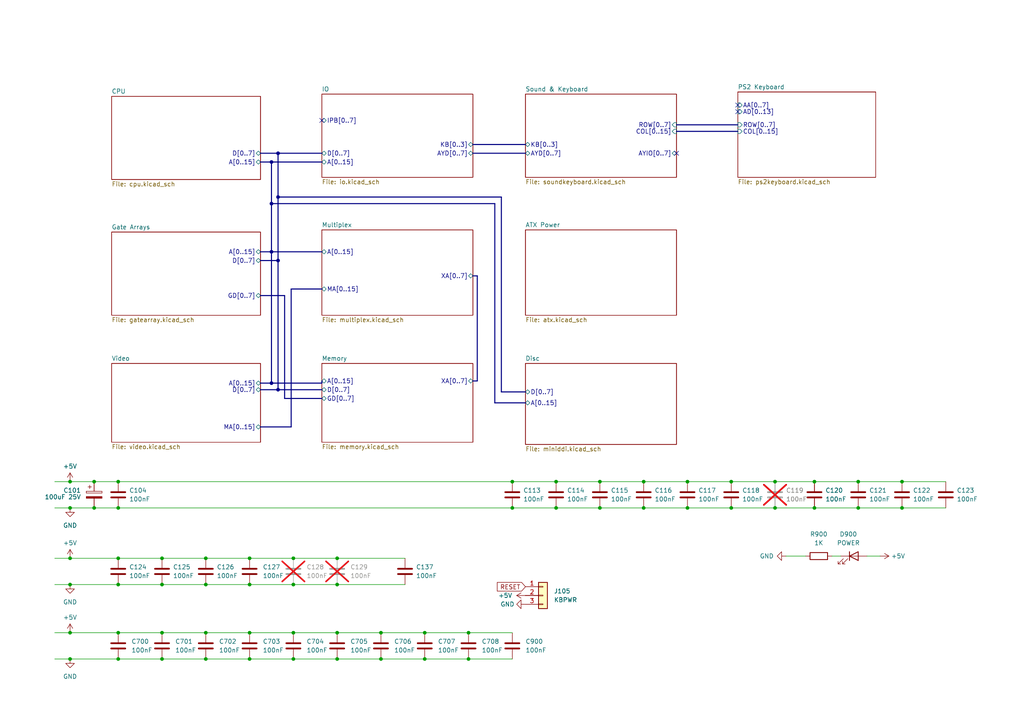
<source format=kicad_sch>
(kicad_sch (version 20230121) (generator eeschema)
  (paper "A4")
  (lib_symbols
    (symbol "Connector_Generic:Conn_01x03" (pin_names (offset 1.016) hide)
      (property "Reference" "J" (at 0 5.08 0))
      (property "Value" "Conn_01x03" (at 0 -5.08 0))
      (symbol "Conn_01x03_1_1"
        (rectangle (start -1.27 -2.413) (end 0 -2.667) (stroke (width 0.1524)))
        (rectangle (start -1.27 0.127) (end 0 -0.127) (stroke (width 0.1524)))
        (rectangle (start -1.27 2.667) (end 0 2.413) (stroke (width 0.1524)))
        (rectangle (start -1.27 3.81) (end 1.27 -3.81) (stroke (width 0.254)) (fill (type background)))
        (pin passive line (at -5.08 2.54 0) (length 3.81) (name "Pin_1") (number "1"))
        (pin passive line (at -5.08 0 0) (length 3.81) (name "Pin_2") (number "2"))
        (pin passive line (at -5.08 -2.54 0) (length 3.81) (name "Pin_3") (number "3"))
      )
    )
    (symbol "Device:C" (pin_numbers hide) (pin_names (offset 0.254))
      (property "Reference" "C" (at 0.635 2.54 0))
      (property "Value" "C" (at 0.635 -2.54 0))
      (symbol "C_0_1"
        (polyline (pts (xy -2.032 -0.762) (xy 2.032 -0.762)) (stroke (width 0.508)))
        (polyline (pts (xy -2.032 0.762) (xy 2.032 0.762)) (stroke (width 0.508)))
      )
      (symbol "C_1_1"
        (pin passive line (at 0 3.81 270) (length 2.794) (name "~") (number "1"))
        (pin passive line (at 0 -3.81 90) (length 2.794) (name "~") (number "2"))
      )
    )
    (symbol "Device:C_Polarized" (pin_numbers hide) (pin_names (offset 0.254))
      (property "Reference" "C" (at 0.635 2.54 0))
      (property "Value" "C_Polarized" (at 0.635 -2.54 0))
      (symbol "C_Polarized_0_1"
        (rectangle (start -2.286 0.508) (end 2.286 1.016))
        (polyline (pts (xy -1.778 2.286) (xy -0.762 2.286)))
        (polyline (pts (xy -1.27 2.794) (xy -1.27 1.778)))
        (rectangle (start 2.286 -0.508) (end -2.286 -1.016) (fill (type outline)))
      )
      (symbol "C_Polarized_1_1"
        (pin passive line (at 0 3.81 270) (length 2.794) (name "~") (number "1"))
        (pin passive line (at 0 -3.81 90) (length 2.794) (name "~") (number "2"))
      )
    )
    (symbol "Device:LED" (pin_numbers hide) (pin_names (offset 1.016) hide)
      (property "Reference" "D" (at 0 2.54 0))
      (property "Value" "LED" (at 0 -2.54 0))
      (symbol "LED_0_1"
        (polyline (pts (xy -1.27 -1.27) (xy -1.27 1.27)) (stroke (width 0.254)))
        (polyline (pts (xy -1.27 0) (xy 1.27 0)))
        (polyline (pts (xy 1.27 -1.27) (xy 1.27 1.27) (xy -1.27 0) (xy 1.27 -1.27)) (stroke (width 0.254)))
        (polyline (pts (xy -3.048 -0.762) (xy -4.572 -2.286) (xy -3.81 -2.286) (xy -4.572 -2.286) (xy -4.572 -1.524)))
        (polyline (pts (xy -1.778 -0.762) (xy -3.302 -2.286) (xy -2.54 -2.286) (xy -3.302 -2.286) (xy -3.302 -1.524)))
      )
      (symbol "LED_1_1"
        (pin passive line (at -3.81 0 0) (length 2.54) (name "K") (number "1"))
        (pin passive line (at 3.81 0 180) (length 2.54) (name "A") (number "2"))
      )
    )
    (symbol "Device:R" (pin_numbers hide) (pin_names (offset 0))
      (property "Reference" "R" (at 2.032 0 90))
      (property "Value" "R" (at 0 0 90))
      (symbol "R_0_1"
        (rectangle (start -1.016 -2.54) (end 1.016 2.54) (stroke (width 0.254)))
      )
      (symbol "R_1_1"
        (pin passive line (at 0 3.81 270) (length 1.27) (name "~") (number "1"))
        (pin passive line (at 0 -3.81 90) (length 1.27) (name "~") (number "2"))
      )
    )
    (symbol "power:+5V" (power) (pin_names (offset 0))
      (property "Value" "+5V" (at 0 3.556 0))
      (symbol "+5V_0_1"
        (polyline (pts (xy -0.762 1.27) (xy 0 2.54)))
        (polyline (pts (xy 0 0) (xy 0 2.54)))
        (polyline (pts (xy 0 2.54) (xy 0.762 1.27)))
      )
      (symbol "+5V_1_1"
        (pin power_in line (at 0 0 90) (length 0) hide (name "+5V") (number "1"))
      )
    )
    (symbol "power:GND" (power) (pin_names (offset 0))
      (property "Value" "GND" (at 0 -3.81 0))
      (symbol "GND_0_1"
        (polyline (pts (xy 0 0) (xy 0 -1.27) (xy 1.27 -1.27) (xy 0 -2.54) (xy -1.27 -1.27) (xy 0 -1.27)))
      )
      (symbol "GND_1_1"
        (pin power_in line (at 0 0 270) (length 0) hide (name "GND") (number "1"))
      )
    )
  )
  (junction (at 123.19 191.135))
  (junction (at 236.22 139.7))
  (junction (at 212.09 147.32))
  (junction (at 34.29 139.7))
  (junction (at 236.22 147.32))
  (junction (at 186.69 147.32))
  (junction (at 46.99 183.515))
  (junction (at 224.79 147.32))
  (junction (at 20.32 147.32))
  (junction (at 27.305 147.32))
  (junction (at 199.39 147.32))
  (junction (at 46.99 169.545))
  (junction (at 80.645 57.15))
  (junction (at 72.39 183.515))
  (junction (at 20.32 191.135))
  (junction (at 85.09 183.515))
  (junction (at 20.32 169.545))
  (junction (at 97.79 169.545))
  (junction (at 46.99 191.135))
  (junction (at 173.99 147.32))
  (junction (at 224.79 139.7))
  (junction (at 34.29 169.545))
  (junction (at 85.09 191.135))
  (junction (at 261.62 147.32))
  (junction (at 80.645 113.03))
  (junction (at 46.99 161.925))
  (junction (at 110.49 191.135))
  (junction (at 59.69 191.135))
  (junction (at 135.89 183.515))
  (junction (at 85.09 169.545))
  (junction (at 248.92 139.7))
  (junction (at 59.69 183.515))
  (junction (at 123.19 183.515))
  (junction (at 110.49 183.515))
  (junction (at 161.29 139.7))
  (junction (at 34.29 147.32))
  (junction (at 80.645 75.565))
  (junction (at 97.79 191.135))
  (junction (at 148.59 139.7))
  (junction (at 161.29 147.32))
  (junction (at 212.09 139.7))
  (junction (at 72.39 161.925))
  (junction (at 27.305 139.7))
  (junction (at 34.29 161.925))
  (junction (at 72.39 191.135))
  (junction (at 97.79 161.925))
  (junction (at 72.39 169.545))
  (junction (at 20.32 161.925))
  (junction (at 261.62 139.7))
  (junction (at 34.29 191.135))
  (junction (at 173.99 139.7))
  (junction (at 20.32 139.7))
  (junction (at 199.39 139.7))
  (junction (at 186.69 139.7))
  (junction (at 59.69 169.545))
  (junction (at 78.74 111.125))
  (junction (at 78.74 46.99))
  (junction (at 85.09 161.925))
  (junction (at 135.89 191.135))
  (junction (at 78.74 59.055))
  (junction (at 148.59 147.32))
  (junction (at 80.645 44.45))
  (junction (at 34.29 183.515))
  (junction (at 59.69 161.925))
  (junction (at 97.79 183.515))
  (junction (at 20.32 183.515))
  (junction (at 78.74 73.025))
  (junction (at 248.92 147.32))
  (no_connect (at 213.995 30.48))
  (no_connect (at 213.995 32.385))
  (no_connect (at 93.345 34.925))
  (no_connect (at 196.215 44.45))
  (bus (pts (xy 80.645 113.03) (xy 93.345 113.03)))
  (bus (pts (xy 137.16 41.91) (xy 152.4 41.91)))
  (bus (pts (xy 75.565 73.025) (xy 78.74 73.025)))
  (wire (pts (xy 135.89 191.135) (xy 148.59 191.135)))
  (wire (pts (xy 59.69 169.545) (xy 72.39 169.545)))
  (wire (pts (xy 46.99 191.135) (xy 59.69 191.135)))
  (bus (pts (xy 137.16 80.01) (xy 138.43 80.01)))
  (bus (pts (xy 78.74 73.025) (xy 93.345 73.025)))
  (bus (pts (xy 152.4 113.665) (xy 145.415 113.665)))
  (bus (pts (xy 75.565 75.565) (xy 80.645 75.565)))
  (wire (pts (xy 97.79 169.545) (xy 117.475 169.545)))
  (bus (pts (xy 145.415 113.665) (xy 145.415 57.15)))
  (bus (pts (xy 78.74 111.125) (xy 93.345 111.125)))
  (bus (pts (xy 75.565 123.825) (xy 84.455 123.825)))
  (wire (pts (xy 186.69 147.32) (xy 199.39 147.32)))
  (bus (pts (xy 138.43 110.49) (xy 137.16 110.49)))
  (bus (pts (xy 84.455 83.82) (xy 84.455 123.825)))
  (wire (pts (xy 46.99 183.515) (xy 59.69 183.515)))
  (wire (pts (xy 15.875 169.545) (xy 20.32 169.545)))
  (wire (pts (xy 34.29 183.515) (xy 46.99 183.515)))
  (bus (pts (xy 93.345 115.57) (xy 82.55 115.57)))
  (wire (pts (xy 15.875 161.925) (xy 20.32 161.925)))
  (wire (pts (xy 243.84 161.29) (xy 241.3 161.29)))
  (bus (pts (xy 78.74 59.055) (xy 78.74 73.025)))
  (wire (pts (xy 34.29 139.7) (xy 148.59 139.7)))
  (wire (pts (xy 20.32 139.7) (xy 27.305 139.7)))
  (wire (pts (xy 236.22 147.32) (xy 248.92 147.32)))
  (wire (pts (xy 46.99 169.545) (xy 59.69 169.545)))
  (wire (pts (xy 135.89 183.515) (xy 148.59 183.515)))
  (wire (pts (xy 34.29 169.545) (xy 46.99 169.545)))
  (wire (pts (xy 15.875 147.32) (xy 20.32 147.32)))
  (wire (pts (xy 110.49 183.515) (xy 123.19 183.515)))
  (wire (pts (xy 123.19 183.515) (xy 135.89 183.515)))
  (bus (pts (xy 78.74 46.99) (xy 78.74 59.055)))
  (wire (pts (xy 20.32 147.32) (xy 27.305 147.32)))
  (wire (pts (xy 161.29 139.7) (xy 173.99 139.7)))
  (bus (pts (xy 138.43 80.01) (xy 138.43 110.49)))
  (wire (pts (xy 261.62 139.7) (xy 274.32 139.7)))
  (wire (pts (xy 236.22 139.7) (xy 248.92 139.7)))
  (bus (pts (xy 80.645 75.565) (xy 80.645 113.03)))
  (wire (pts (xy 20.32 183.515) (xy 34.29 183.515)))
  (wire (pts (xy 27.305 147.32) (xy 34.29 147.32)))
  (bus (pts (xy 75.565 113.03) (xy 80.645 113.03)))
  (wire (pts (xy 261.62 147.32) (xy 274.32 147.32)))
  (wire (pts (xy 199.39 139.7) (xy 212.09 139.7)))
  (wire (pts (xy 97.79 161.925) (xy 117.475 161.925)))
  (wire (pts (xy 59.69 191.135) (xy 72.39 191.135)))
  (bus (pts (xy 82.55 115.57) (xy 82.55 85.725)))
  (wire (pts (xy 186.69 139.7) (xy 199.39 139.7)))
  (wire (pts (xy 173.99 147.32) (xy 186.69 147.32)))
  (bus (pts (xy 78.74 111.125) (xy 75.565 111.125)))
  (wire (pts (xy 173.99 139.7) (xy 186.69 139.7)))
  (wire (pts (xy 248.92 139.7) (xy 261.62 139.7)))
  (bus (pts (xy 80.645 75.565) (xy 80.645 57.15)))
  (wire (pts (xy 72.39 191.135) (xy 85.09 191.135)))
  (wire (pts (xy 27.305 139.7) (xy 34.29 139.7)))
  (wire (pts (xy 212.09 139.7) (xy 224.79 139.7)))
  (wire (pts (xy 85.09 161.925) (xy 97.79 161.925)))
  (bus (pts (xy 93.345 111.125) (xy 93.345 110.49)))
  (wire (pts (xy 85.09 191.135) (xy 97.79 191.135)))
  (wire (pts (xy 59.69 183.515) (xy 72.39 183.515)))
  (bus (pts (xy 93.345 83.82) (xy 84.455 83.82)))
  (wire (pts (xy 46.99 161.925) (xy 59.69 161.925)))
  (wire (pts (xy 110.49 191.135) (xy 123.19 191.135)))
  (bus (pts (xy 145.415 57.15) (xy 80.645 57.15)))
  (wire (pts (xy 20.32 169.545) (xy 34.29 169.545)))
  (wire (pts (xy 72.39 183.515) (xy 85.09 183.515)))
  (wire (pts (xy 148.59 147.32) (xy 161.29 147.32)))
  (bus (pts (xy 80.645 44.45) (xy 93.345 44.45)))
  (wire (pts (xy 72.39 169.545) (xy 85.09 169.545)))
  (bus (pts (xy 78.74 73.025) (xy 78.74 111.125)))
  (wire (pts (xy 248.92 147.32) (xy 261.62 147.32)))
  (wire (pts (xy 199.39 147.32) (xy 212.09 147.32)))
  (wire (pts (xy 212.09 147.32) (xy 224.79 147.32)))
  (bus (pts (xy 137.16 44.45) (xy 152.4 44.45)))
  (wire (pts (xy 15.875 191.135) (xy 20.32 191.135)))
  (wire (pts (xy 34.29 147.32) (xy 148.59 147.32)))
  (wire (pts (xy 161.29 147.32) (xy 173.99 147.32)))
  (wire (pts (xy 85.09 169.545) (xy 97.79 169.545)))
  (wire (pts (xy 97.79 191.135) (xy 110.49 191.135)))
  (wire (pts (xy 224.79 147.32) (xy 236.22 147.32)))
  (wire (pts (xy 20.32 161.925) (xy 34.29 161.925)))
  (bus (pts (xy 196.215 36.195) (xy 213.995 36.195)))
  (wire (pts (xy 148.59 139.7) (xy 161.29 139.7)))
  (wire (pts (xy 15.875 183.515) (xy 20.32 183.515)))
  (wire (pts (xy 255.27 161.29) (xy 251.46 161.29)))
  (wire (pts (xy 123.19 191.135) (xy 135.89 191.135)))
  (bus (pts (xy 152.4 116.84) (xy 143.51 116.84)))
  (bus (pts (xy 75.565 85.725) (xy 82.55 85.725)))
  (bus (pts (xy 196.215 38.1) (xy 213.995 38.1)))
  (wire (pts (xy 15.875 139.7) (xy 20.32 139.7)))
  (bus (pts (xy 75.565 44.45) (xy 80.645 44.45)))
  (wire (pts (xy 34.29 161.925) (xy 46.99 161.925)))
  (wire (pts (xy 97.79 183.515) (xy 110.49 183.515)))
  (bus (pts (xy 80.645 57.15) (xy 80.645 44.45)))
  (wire (pts (xy 85.09 183.515) (xy 97.79 183.515)))
  (wire (pts (xy 227.965 161.29) (xy 233.68 161.29)))
  (bus (pts (xy 75.565 46.99) (xy 78.74 46.99)))
  (wire (pts (xy 59.69 161.925) (xy 72.39 161.925)))
  (bus (pts (xy 78.74 59.055) (xy 143.51 59.055)))
  (bus (pts (xy 78.74 46.99) (xy 93.345 46.99)))
  (bus (pts (xy 143.51 116.84) (xy 143.51 59.055)))
  (wire (pts (xy 72.39 161.925) (xy 85.09 161.925)))
  (wire (pts (xy 20.32 191.135) (xy 34.29 191.135)))
  (wire (pts (xy 224.79 139.7) (xy 236.22 139.7)))
  (wire (pts (xy 34.29 191.135) (xy 46.99 191.135)))
  (global_label "RESET" (shape input) (at 152.4 170.18 180) (property "Intersheetrefs" "${INTERSHEET_REFS}" (effects hide)))
  (symbol (lib_id "Device:C") (at 135.89 187.325 0) (unit 1)
    (property "Reference" "C708" (at 139.7 186.0549 0) (effects (justify left)))
    (property "Value" "100nF" (at 139.7 188.5949 0) (effects (justify left)))
    (property "Footprint" "Capacitor_SMD:C_0805_2012Metric" (effects hide))
    (property "LCSC" "C49678" (effects hide))
  )
  (symbol (lib_id "Device:C") (at 173.99 143.51 0) (unit 1)
    (property "Reference" "C115" (at 177.165 142.2399 0) (effects (justify left)))
    (property "Value" "100nF" (at 177.165 144.7799 0) (effects (justify left)))
    (property "Footprint" "Capacitor_SMD:C_0805_2012Metric" (effects hide))
    (property "LCSC" "C49678" (effects hide))
  )
  (symbol (lib_id "power:+5V") (at 20.32 139.7 0) (unit 1)
    (property "Reference" "#PWR0119" (effects hide))
    (property "Value" "+5V" (at 20.32 135.255 0))
  )
  (symbol (lib_id "Device:C") (at 46.99 165.735 0) (unit 1)
    (property "Reference" "C125" (at 50.165 164.4649 0) (effects (justify left)))
    (property "Value" "100nF" (at 50.165 167.0049 0) (effects (justify left)))
    (property "Footprint" "Capacitor_SMD:C_0805_2012Metric" (effects hide))
    (property "LCSC" "C49678" (effects hide))
  )
  (symbol (lib_id "power:GND") (at 152.4 175.26 270) (mirror x) (unit 1)
    (property "Reference" "#PWR0124" (effects hide))
    (property "Value" "GND" (at 149.225 175.2599 90) (effects (justify right)))
  )
  (symbol (lib_id "Device:C") (at 236.22 143.51 0) (unit 1)
    (property "Reference" "C120" (at 239.395 142.2399 0) (effects (justify left)))
    (property "Value" "100nF" (at 239.395 144.7799 0) (effects (justify left)))
    (property "Footprint" "Capacitor_SMD:C_0805_2012Metric" (effects hide))
    (property "LCSC" "C49678" (effects hide))
  )
  (symbol (lib_id "power:GND") (at 20.32 191.135 0) (unit 1)
    (property "Reference" "#PWR0207" (effects hide))
    (property "Value" "GND" (at 20.32 196.215 0))
  )
  (symbol (lib_id "Device:C") (at 161.29 143.51 0) (unit 1)
    (property "Reference" "C114" (at 164.465 142.2399 0) (effects (justify left)))
    (property "Value" "100nF" (at 164.465 144.7799 0) (effects (justify left)))
    (property "Footprint" "Capacitor_SMD:C_0805_2012Metric" (effects hide))
    (property "LCSC" "C49678" (effects hide))
  )
  (symbol (lib_id "Device:C") (at 72.39 165.735 0) (unit 1)
    (property "Reference" "C127" (at 76.2 164.4649 0) (effects (justify left)))
    (property "Value" "100nF" (at 76.2 167.0049 0) (effects (justify left)))
    (property "Footprint" "Capacitor_SMD:C_0805_2012Metric" (effects hide))
    (property "LCSC" "C49678" (effects hide))
  )
  (symbol (lib_id "power:+5V") (at 20.32 161.925 0) (unit 1)
    (property "Reference" "#PWR0117" (effects hide))
    (property "Value" "+5V" (at 20.32 157.48 0))
  )
  (symbol (lib_id "Device:C") (at 212.09 143.51 0) (unit 1)
    (property "Reference" "C118" (at 215.265 142.2399 0) (effects (justify left)))
    (property "Value" "100nF" (at 215.265 144.7799 0) (effects (justify left)))
    (property "Footprint" "Capacitor_SMD:C_0805_2012Metric" (effects hide))
    (property "LCSC" "C49678" (effects hide))
  )
  (symbol (lib_id "Device:C") (at 148.59 187.325 0) (unit 1) (in_bom no) (on_board no)
    (property "Reference" "C900" (at 152.4 186.0549 0) (effects (justify left)))
    (property "Value" "100nF" (at 152.4 188.5949 0) (effects (justify left)))
    (property "Footprint" "Capacitor_SMD:C_0805_2012Metric" (effects hide))
    (property "LCSC" "C49678" (effects hide))
  )
  (symbol (lib_id "Device:C") (at 224.79 143.51 0) (unit 1) (in_bom no) (on_board no) (dnp yes)
    (property "Reference" "C119" (at 227.965 142.2399 0) (effects (justify left)))
    (property "Value" "100nF" (at 227.965 144.7799 0) (effects (justify left)))
    (property "Footprint" "Capacitor_SMD:C_0805_2012Metric" (effects hide))
    (property "LCSC" "C49678" (effects hide))
  )
  (symbol (lib_id "Connector_Generic:Conn_01x03") (at 157.48 172.72 0) (unit 1)
    (property "Reference" "J105" (at 160.655 171.4499 0) (effects (justify left)))
    (property "Value" "KBPWR" (at 160.655 173.9899 0) (effects (justify left)))
    (property "Footprint" "Connector_PinHeader_2.54mm:PinHeader_1x03_P2.54mm_Vertical" (effects hide))
  )
  (symbol (lib_id "Device:C") (at 59.69 187.325 0) (unit 1)
    (property "Reference" "C702" (at 63.5 186.0549 0) (effects (justify left)))
    (property "Value" "100nF" (at 63.5 188.5949 0) (effects (justify left)))
    (property "Footprint" "Capacitor_SMD:C_0805_2012Metric" (effects hide))
    (property "LCSC" "C49678" (effects hide))
  )
  (symbol (lib_id "power:GND") (at 227.965 161.29 270) (unit 1)
    (property "Reference" "#PWR0216" (effects hide))
    (property "Value" "GND" (at 220.345 161.29 90) (effects (justify left)))
  )
  (symbol (lib_id "power:+5V") (at 255.27 161.29 270) (unit 1)
    (property "Reference" "#PWR0217" (effects hide))
    (property "Value" "+5V" (at 258.445 161.2899 90) (effects (justify left)))
  )
  (symbol (lib_id "Device:C") (at 123.19 187.325 0) (unit 1)
    (property "Reference" "C707" (at 127 186.0549 0) (effects (justify left)))
    (property "Value" "100nF" (at 127 188.5949 0) (effects (justify left)))
    (property "Footprint" "Capacitor_SMD:C_0805_2012Metric" (effects hide))
    (property "LCSC" "C49678" (effects hide))
  )
  (symbol (lib_id "Device:C") (at 46.99 187.325 0) (unit 1)
    (property "Reference" "C701" (at 50.8 186.0549 0) (effects (justify left)))
    (property "Value" "100nF" (at 50.8 188.5949 0) (effects (justify left)))
    (property "Footprint" "Capacitor_SMD:C_0805_2012Metric" (effects hide))
    (property "LCSC" "C49678" (effects hide))
  )
  (symbol (lib_id "power:GND") (at 20.32 147.32 0) (unit 1)
    (property "Reference" "#PWR0116" (effects hide))
    (property "Value" "GND" (at 20.32 152.4 0))
  )
  (symbol (lib_id "Device:C_Polarized") (at 27.305 143.51 0) (unit 1)
    (property "Reference" "C101" (at 23.495 142.24 0) (effects (justify right)))
    (property "Value" "100uF 25V" (at 23.495 144.145 0) (effects (justify right)))
    (property "Footprint" "Capacitor_THT:CP_Radial_D5.0mm_P2.50mm" (effects hide))
  )
  (symbol (lib_id "Device:C") (at 199.39 143.51 0) (unit 1)
    (property "Reference" "C117" (at 202.565 142.2399 0) (effects (justify left)))
    (property "Value" "100nF" (at 202.565 144.7799 0) (effects (justify left)))
    (property "Footprint" "Capacitor_SMD:C_0805_2012Metric" (effects hide))
    (property "LCSC" "C49678" (effects hide))
  )
  (symbol (lib_id "Device:C") (at 248.92 143.51 0) (unit 1)
    (property "Reference" "C121" (at 252.095 142.2399 0) (effects (justify left)))
    (property "Value" "100nF" (at 252.095 144.7799 0) (effects (justify left)))
    (property "Footprint" "Capacitor_SMD:C_0805_2012Metric" (effects hide))
    (property "LCSC" "C49678" (effects hide))
  )
  (symbol (lib_id "Device:C") (at 85.09 187.325 0) (unit 1)
    (property "Reference" "C704" (at 88.9 186.0549 0) (effects (justify left)))
    (property "Value" "100nF" (at 88.9 188.5949 0) (effects (justify left)))
    (property "Footprint" "Capacitor_SMD:C_0805_2012Metric" (effects hide))
    (property "LCSC" "C49678" (effects hide))
  )
  (symbol (lib_id "Device:C") (at 186.69 143.51 0) (unit 1)
    (property "Reference" "C116" (at 189.865 142.2399 0) (effects (justify left)))
    (property "Value" "100nF" (at 189.865 144.7799 0) (effects (justify left)))
    (property "Footprint" "Capacitor_SMD:C_0805_2012Metric" (effects hide))
    (property "LCSC" "C49678" (effects hide))
  )
  (symbol (lib_id "Device:C") (at 34.29 143.51 0) (unit 1)
    (property "Reference" "C104" (at 37.465 142.2399 0) (effects (justify left)))
    (property "Value" "100nF" (at 37.465 144.7799 0) (effects (justify left)))
    (property "Footprint" "Capacitor_SMD:C_0805_2012Metric" (effects hide))
    (property "LCSC" "C49678" (effects hide))
  )
  (symbol (lib_id "Device:C") (at 97.79 187.325 0) (unit 1)
    (property "Reference" "C705" (at 101.6 186.0549 0) (effects (justify left)))
    (property "Value" "100nF" (at 101.6 188.5949 0) (effects (justify left)))
    (property "Footprint" "Capacitor_SMD:C_0805_2012Metric" (effects hide))
    (property "LCSC" "C49678" (effects hide))
  )
  (symbol (lib_id "Device:C") (at 261.62 143.51 0) (unit 1)
    (property "Reference" "C122" (at 264.795 142.2399 0) (effects (justify left)))
    (property "Value" "100nF" (at 264.795 144.7799 0) (effects (justify left)))
    (property "Footprint" "Capacitor_SMD:C_0805_2012Metric" (effects hide))
    (property "LCSC" "C49678" (effects hide))
  )
  (symbol (lib_id "Device:C") (at 85.09 165.735 0) (unit 1) (in_bom no) (on_board no) (dnp yes)
    (property "Reference" "C128" (at 88.9 164.4649 0) (effects (justify left)))
    (property "Value" "100nF" (at 88.9 167.0049 0) (effects (justify left)))
    (property "Footprint" "Capacitor_SMD:C_0805_2012Metric" (effects hide))
    (property "LCSC" "C49678" (effects hide))
  )
  (symbol (lib_id "power:+5V") (at 152.4 172.72 90) (mirror x) (unit 1)
    (property "Reference" "#PWR0126" (effects hide))
    (property "Value" "+5V" (at 148.59 172.7199 90) (effects (justify left)))
  )
  (symbol (lib_id "power:GND") (at 20.32 169.545 0) (unit 1)
    (property "Reference" "#PWR0118" (effects hide))
    (property "Value" "GND" (at 20.32 174.625 0))
  )
  (symbol (lib_id "Device:C") (at 110.49 187.325 0) (unit 1)
    (property "Reference" "C706" (at 114.3 186.0549 0) (effects (justify left)))
    (property "Value" "100nF" (at 114.3 188.5949 0) (effects (justify left)))
    (property "Footprint" "Capacitor_SMD:C_0805_2012Metric" (effects hide))
    (property "LCSC" "C49678" (effects hide))
  )
  (symbol (lib_id "Device:C") (at 72.39 187.325 0) (unit 1)
    (property "Reference" "C703" (at 76.2 186.0549 0) (effects (justify left)))
    (property "Value" "100nF" (at 76.2 188.5949 0) (effects (justify left)))
    (property "Footprint" "Capacitor_SMD:C_0805_2012Metric" (effects hide))
    (property "LCSC" "C49678" (effects hide))
  )
  (symbol (lib_id "Device:R") (at 237.49 161.29 90) (unit 1)
    (property "Reference" "R900" (at 237.49 154.94 90))
    (property "Value" "1K" (at 237.49 157.48 90))
    (property "Footprint" "Resistor_SMD:R_0805_2012Metric" (effects hide))
  )
  (symbol (lib_id "Device:LED") (at 247.65 161.29 0) (unit 1)
    (property "Reference" "D900" (at 246.0625 154.94 0))
    (property "Value" "POWER" (at 246.0625 157.48 0))
    (property "Footprint" "LED_SMD:LED_1206_3216Metric" (effects hide))
  )
  (symbol (lib_id "Device:C") (at 274.32 143.51 0) (unit 1)
    (property "Reference" "C123" (at 277.495 142.2399 0) (effects (justify left)))
    (property "Value" "100nF" (at 277.495 144.7799 0) (effects (justify left)))
    (property "Footprint" "Capacitor_SMD:C_0805_2012Metric" (effects hide))
    (property "LCSC" "C49678" (effects hide))
  )
  (symbol (lib_id "Device:C") (at 117.475 165.735 0) (unit 1)
    (property "Reference" "C137" (at 120.65 164.4649 0) (effects (justify left)))
    (property "Value" "100nF" (at 120.65 167.0049 0) (effects (justify left)))
    (property "Footprint" "Capacitor_SMD:C_0805_2012Metric" (effects hide))
    (property "LCSC" "C49678" (effects hide))
  )
  (symbol (lib_id "power:+5V") (at 20.32 183.515 0) (unit 1)
    (property "Reference" "#PWR0137" (effects hide))
    (property "Value" "+5V" (at 20.32 179.07 0))
  )
  (symbol (lib_id "Device:C") (at 97.79 165.735 0) (unit 1) (in_bom no) (on_board no) (dnp yes)
    (property "Reference" "C129" (at 101.6 164.4649 0) (effects (justify left)))
    (property "Value" "100nF" (at 101.6 167.0049 0) (effects (justify left)))
    (property "Footprint" "Capacitor_SMD:C_0805_2012Metric" (effects hide))
    (property "LCSC" "C49678" (effects hide))
  )
  (symbol (lib_id "Device:C") (at 59.69 165.735 0) (unit 1)
    (property "Reference" "C126" (at 62.865 164.4649 0) (effects (justify left)))
    (property "Value" "100nF" (at 62.865 167.0049 0) (effects (justify left)))
    (property "Footprint" "Capacitor_SMD:C_0805_2012Metric" (effects hide))
    (property "LCSC" "C49678" (effects hide))
  )
  (symbol (lib_id "Device:C") (at 34.29 165.735 0) (unit 1)
    (property "Reference" "C124" (at 37.465 164.4649 0) (effects (justify left)))
    (property "Value" "100nF" (at 37.465 167.0049 0) (effects (justify left)))
    (property "Footprint" "Capacitor_SMD:C_0805_2012Metric" (effects hide))
    (property "LCSC" "C49678" (effects hide))
  )
  (symbol (lib_id "Device:C") (at 34.29 187.325 0) (unit 1) (in_bom no) (on_board no)
    (property "Reference" "C700" (at 38.1 186.0549 0) (effects (justify left)))
    (property "Value" "100nF" (at 38.1 188.5949 0) (effects (justify left)))
    (property "Footprint" "Capacitor_SMD:C_0805_2012Metric" (effects hide))
    (property "LCSC" "C49678" (effects hide))
  )
  (symbol (lib_id "Device:C") (at 148.59 143.51 0) (unit 1)
    (property "Reference" "C113" (at 151.765 142.2399 0) (effects (justify left)))
    (property "Value" "100nF" (at 151.765 144.7799 0) (effects (justify left)))
    (property "Footprint" "Capacitor_SMD:C_0805_2012Metric" (effects hide))
    (property "LCSC" "C49678" (effects hide))
  )
  (sheet (at 93.345 27.305) (size 43.815 24.13) (stroke (width 0.1524))
    (property "Sheetname" "IO" (at 93.345 26.5934 0) (effects (justify left bottom)))
    (property "Sheetfile" "io.kicad_sch" (at 93.345 52.0196 0) (effects (justify left top)))
    (pin "A[0..15]" bidirectional (at 93.345 46.99 180))
    (pin "D[0..7]" bidirectional (at 93.345 44.45 180))
    (pin "AYD[0..7]" bidirectional (at 137.16 44.45 0))
    (pin "KB[0..3]" bidirectional (at 137.16 41.91 0))
    (pin "IPB[0..7]" bidirectional (at 93.345 34.925 180))
  )
  (sheet (at 32.385 105.41) (size 43.18 22.86) (stroke (width 0.1524))
    (property "Sheetname" "Video" (at 32.385 104.6984 0) (effects (justify left bottom)))
    (property "Sheetfile" "video.kicad_sch" (at 32.385 128.8546 0) (effects (justify left top)))
    (pin "MA[0..15]" bidirectional (at 75.565 123.825 0))
    (pin "A[0..15]" bidirectional (at 75.565 111.125 0))
    (pin "D[0..7]" bidirectional (at 75.565 113.03 0))
  )
  (sheet (at 32.385 67.31) (size 43.18 24.13) (stroke (width 0.1524))
    (property "Sheetname" "Gate Arrays" (at 32.385 66.5984 0) (effects (justify left bottom)))
    (property "Sheetfile" "gatearray.kicad_sch" (at 32.385 92.0246 0) (effects (justify left top)))
    (pin "A[0..15]" bidirectional (at 75.565 73.025 0))
    (pin "GD[0..7]" bidirectional (at 75.565 85.725 0))
    (pin "D[0..7]" bidirectional (at 75.565 75.565 0))
  )
  (sheet (at 152.4 66.675) (size 43.815 24.765) (stroke (width 0.1524))
    (property "Sheetname" "ATX Power" (at 152.4 65.9634 0) (effects (justify left bottom)))
    (property "Sheetfile" "atx.kicad_sch" (at 152.4 92.0246 0) (effects (justify left top)))
  )
  (sheet (at 32.385 27.94) (size 43.18 24.13) (stroke (width 0.1524))
    (property "Sheetname" "CPU" (at 32.385 27.2284 0) (effects (justify left bottom)))
    (property "Sheetfile" "cpu.kicad_sch" (at 32.385 52.6546 0) (effects (justify left top)))
    (pin "D[0..7]" bidirectional (at 75.565 44.45 0))
    (pin "A[0..15]" bidirectional (at 75.565 46.99 0))
  )
  (sheet (at 213.995 26.67) (size 40.005 24.765) (stroke (width 0.1524))
    (property "Sheetname" "PS2 Keyboard" (at 213.995 25.9584 0) (effects (justify left bottom)))
    (property "Sheetfile" "ps2keyboard.kicad_sch" (at 213.995 52.0196 0) (effects (justify left top)))
    (pin "AA[0..7]" input (at 213.995 30.48 180))
    (pin "AD[0..13]" input (at 213.995 32.385 180))
    (pin "ROW[0..7]" input (at 213.995 36.195 180))
    (pin "COL[0..15]" input (at 213.995 38.1 180))
  )
  (sheet (at 152.4 105.41) (size 43.815 23.495) (stroke (width 0.1524))
    (property "Sheetname" "Disc" (at 152.4 104.6984 0) (effects (justify left bottom)))
    (property "Sheetfile" "miniddi.kicad_sch" (at 152.4 129.4896 0) (effects (justify left top)))
    (pin "D[0..7]" bidirectional (at 152.4 113.665 180))
    (pin "A[0..15]" bidirectional (at 152.4 116.84 180))
  )
  (sheet (at 152.4 27.305) (size 43.815 24.13) (stroke (width 0.1524))
    (property "Sheetname" "Sound & Keyboard" (at 152.4 26.5934 0) (effects (justify left bottom)))
    (property "Sheetfile" "soundkeyboard.kicad_sch" (at 152.4 52.0196 0) (effects (justify left top)))
    (pin "AYD[0..7]" bidirectional (at 152.4 44.45 180))
    (pin "KB[0..3]" bidirectional (at 152.4 41.91 180))
    (pin "AYIO[0..7]" bidirectional (at 196.215 44.45 0))
    (pin "ROW[0..7]" input (at 196.215 36.195 0))
    (pin "COL[0..15]" input (at 196.215 38.1 0))
  )
  (sheet (at 93.345 105.41) (size 43.815 22.86) (stroke (width 0.1524))
    (property "Sheetname" "Memory" (at 93.345 104.6984 0) (effects (justify left bottom)))
    (property "Sheetfile" "memory.kicad_sch" (at 93.345 128.8546 0) (effects (justify left top)))
    (pin "GD[0..7]" bidirectional (at 93.345 115.57 180))
    (pin "D[0..7]" bidirectional (at 93.345 113.03 180))
    (pin "A[0..15]" bidirectional (at 93.345 110.49 180))
    (pin "XA[0..7]" bidirectional (at 137.16 110.49 0))
  )
  (sheet (at 93.345 66.675) (size 43.815 24.765) (stroke (width 0.1524))
    (property "Sheetname" "Multiplex" (at 93.345 65.9634 0) (effects (justify left bottom)))
    (property "Sheetfile" "multiplex.kicad_sch" (at 93.345 92.0246 0) (effects (justify left top)))
    (pin "A[0..15]" bidirectional (at 93.345 73.025 180))
    (pin "XA[0..7]" bidirectional (at 137.16 80.01 0))
    (pin "MA[0..15]" bidirectional (at 93.345 83.82 180))
  )
)
</source>
